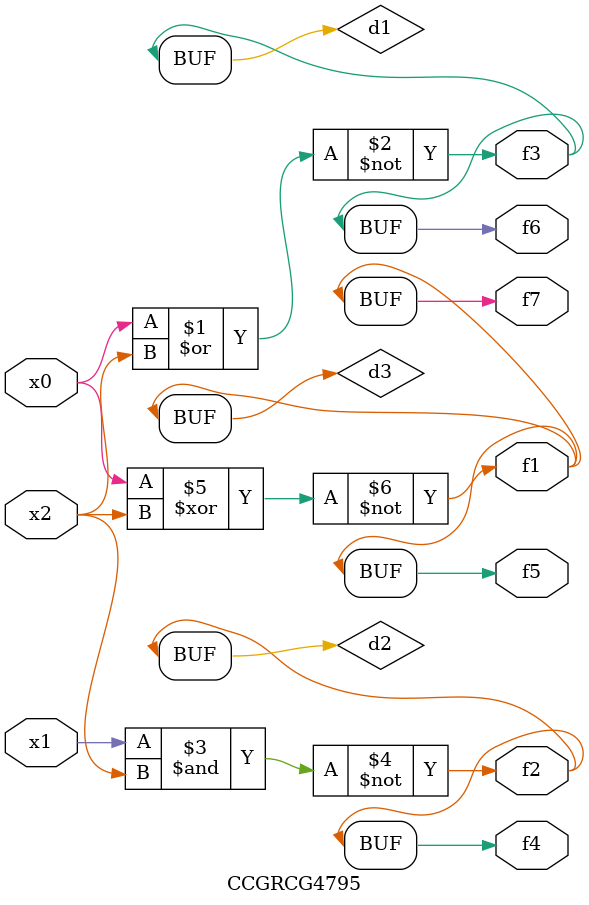
<source format=v>
module CCGRCG4795(
	input x0, x1, x2,
	output f1, f2, f3, f4, f5, f6, f7
);

	wire d1, d2, d3;

	nor (d1, x0, x2);
	nand (d2, x1, x2);
	xnor (d3, x0, x2);
	assign f1 = d3;
	assign f2 = d2;
	assign f3 = d1;
	assign f4 = d2;
	assign f5 = d3;
	assign f6 = d1;
	assign f7 = d3;
endmodule

</source>
